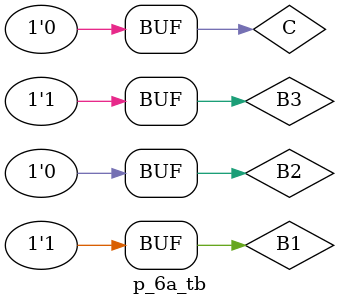
<source format=v>
module p_6a(A,B1,B2,B3,C);
input B1,B2,B3,C;
output reg A;
//.........................//
always @(B1 or B2 or B3 or C)
if(C==1'd1)begin
	A<=B1;
end
else if (C==1'd2) begin
	A<=B2;
end
else if (C==1'd3)begin
	A<=B3;
end
else begin
	A<=0;
end
endmodule

//.........tb.............//
`timescale 1ns/1ns
module p_6a_tb;
reg B1,B2,B3,C;
wire A;

//.......module instantiation..............//
p_6a f(A,B1,B2,B3,C);

initial begin
C=1'd1;
B1=1'b1;
B2=1'b0;
B3=1'b1;

#10 C=1'd3;
#10 B1=1'b1;
#10 B2=1'b0;
#10 B3=1'b1;

#20 C=1'd2;
#20 B1=1'b1;
#20 B2=1'b0;
#20 B3=1'b1;
end

//........system task.........//
initial begin
$monitor("T=%0t| C=%d | B1=%b | B2= %b | B3=%b | A=%b",$realtime,C,B1,B2,B3,A);
end
endmodule

/*
# T=0| C=1 | B1=1 | B2= 0 | B3=1 | A=1
# T=60| C=0 | B1=1 | B2= 0 | B3=1 | A=0 
*/
</source>
